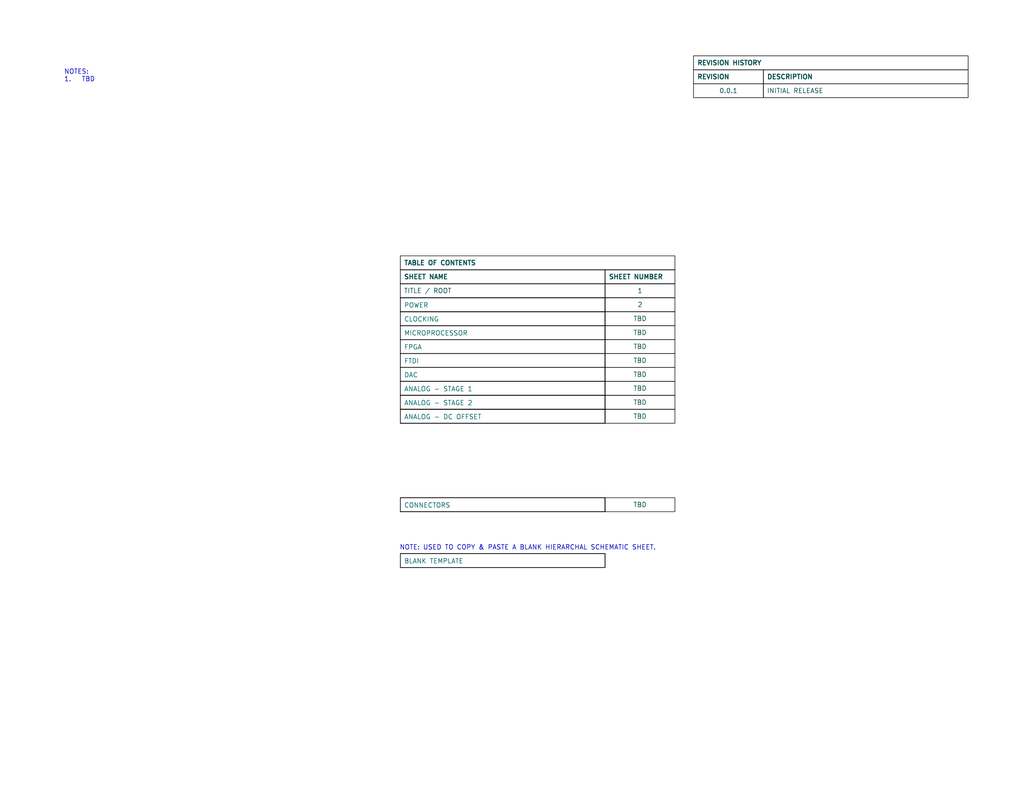
<source format=kicad_sch>
(kicad_sch
	(version 20231120)
	(generator "eeschema")
	(generator_version "8.0")
	(uuid "866ef9be-3b01-4288-a6e0-a2357aa17e50")
	(paper "A")
	(title_block
		(title "ARBITRARY WAVEFORM GENERATOR")
		(date "2024-09-11")
		(rev "0.0.1")
		(company "Tomasz Brzyzek")
	)
	(lib_symbols)
	(text_box "2"
		(exclude_from_sim no)
		(at 165.1 81.28 0)
		(size 19.05 3.81)
		(stroke
			(width 0)
			(type default)
			(color 0 0 0 1)
		)
		(fill
			(type none)
		)
		(effects
			(font
				(size 1.27 1.27)
				(color 0 72 72 1)
			)
		)
		(uuid "01f8ac6f-09ae-4953-baac-9765af5d4085")
	)
	(text_box "REVISION"
		(exclude_from_sim no)
		(at 189.23 19.05 0)
		(size 19.05 3.81)
		(stroke
			(width 0)
			(type default)
			(color 0 0 0 1)
		)
		(fill
			(type none)
		)
		(effects
			(font
				(size 1.27 1.27)
				(thickness 0.254)
				(bold yes)
				(color 0 72 72 1)
			)
			(justify left)
		)
		(uuid "055cb14a-0792-4ba2-a46f-215aebb4c809")
	)
	(text_box "TBD"
		(exclude_from_sim no)
		(at 165.1 85.09 0)
		(size 19.05 3.81)
		(stroke
			(width 0)
			(type default)
			(color 0 0 0 1)
		)
		(fill
			(type none)
		)
		(effects
			(font
				(size 1.27 1.27)
				(color 0 72 72 1)
			)
		)
		(uuid "057ecabf-76a3-41e1-bd8a-b401d3d74bc4")
	)
	(text_box "REVISION HISTORY"
		(exclude_from_sim no)
		(at 189.23 15.24 0)
		(size 74.93 3.81)
		(stroke
			(width 0)
			(type default)
			(color 0 0 0 1)
		)
		(fill
			(type none)
		)
		(effects
			(font
				(size 1.27 1.27)
				(thickness 0.254)
				(bold yes)
				(color 0 72 72 1)
			)
			(justify left)
		)
		(uuid "20bb2244-dbae-4f72-8106-e9df9b3bfd50")
	)
	(text_box "TBD"
		(exclude_from_sim no)
		(at 165.1 88.9 0)
		(size 19.05 3.81)
		(stroke
			(width 0)
			(type default)
			(color 0 0 0 1)
		)
		(fill
			(type none)
		)
		(effects
			(font
				(size 1.27 1.27)
				(color 0 72 72 1)
			)
		)
		(uuid "2164bdcd-aa25-44dc-8228-f0acc9a0b047")
	)
	(text_box "SHEET NAME"
		(exclude_from_sim no)
		(at 109.22 73.66 0)
		(size 55.88 3.81)
		(stroke
			(width 0)
			(type default)
			(color 0 0 0 1)
		)
		(fill
			(type none)
		)
		(effects
			(font
				(size 1.27 1.27)
				(thickness 0.254)
				(bold yes)
				(color 0 72 72 1)
			)
			(justify left)
		)
		(uuid "2658ae98-dd8c-459b-84d3-24d2a4cabc56")
	)
	(text_box "TABLE OF CONTENTS"
		(exclude_from_sim no)
		(at 109.22 69.85 0)
		(size 74.93 3.81)
		(stroke
			(width 0)
			(type default)
			(color 0 0 0 1)
		)
		(fill
			(type none)
		)
		(effects
			(font
				(size 1.27 1.27)
				(thickness 0.254)
				(bold yes)
				(color 0 72 72 1)
			)
			(justify left)
		)
		(uuid "30cb4e8a-0f93-49f5-9ce2-312aa8491742")
	)
	(text_box "SHEET NUMBER"
		(exclude_from_sim no)
		(at 165.1 73.66 0)
		(size 19.05 3.81)
		(stroke
			(width 0)
			(type default)
			(color 0 0 0 1)
		)
		(fill
			(type none)
		)
		(effects
			(font
				(size 1.27 1.27)
				(thickness 0.254)
				(bold yes)
				(color 0 72 72 1)
			)
			(justify left)
		)
		(uuid "3f6a981a-3190-4ac2-9bcf-92626abed2d4")
	)
	(text_box "TBD"
		(exclude_from_sim no)
		(at 165.1 100.33 0)
		(size 19.05 3.81)
		(stroke
			(width 0)
			(type default)
			(color 0 0 0 1)
		)
		(fill
			(type none)
		)
		(effects
			(font
				(size 1.27 1.27)
				(color 0 72 72 1)
			)
		)
		(uuid "51c4fcd4-ecad-4933-9fed-2ab2cc4c253c")
	)
	(text_box "TBD"
		(exclude_from_sim no)
		(at 165.1 104.14 0)
		(size 19.05 3.81)
		(stroke
			(width 0)
			(type default)
			(color 0 0 0 1)
		)
		(fill
			(type none)
		)
		(effects
			(font
				(size 1.27 1.27)
				(color 0 72 72 1)
			)
		)
		(uuid "6632f504-9e62-4b98-aecb-504266955ccc")
	)
	(text_box "TBD"
		(exclude_from_sim no)
		(at 165.1 135.89 0)
		(size 19.05 3.81)
		(stroke
			(width 0)
			(type default)
			(color 0 0 0 1)
		)
		(fill
			(type none)
		)
		(effects
			(font
				(size 1.27 1.27)
				(color 0 72 72 1)
			)
		)
		(uuid "6f231fdc-cf5e-4566-a539-5cd91b777b47")
	)
	(text_box "DESCRIPTION"
		(exclude_from_sim no)
		(at 208.28 19.05 0)
		(size 55.88 3.81)
		(stroke
			(width 0)
			(type default)
			(color 0 0 0 1)
		)
		(fill
			(type none)
		)
		(effects
			(font
				(size 1.27 1.27)
				(thickness 0.254)
				(bold yes)
				(color 0 72 72 1)
			)
			(justify left)
		)
		(uuid "90b03f3b-8994-48c8-80d3-5f97d93d4f16")
	)
	(text_box "TBD"
		(exclude_from_sim no)
		(at 165.1 96.52 0)
		(size 19.05 3.81)
		(stroke
			(width 0)
			(type default)
			(color 0 0 0 1)
		)
		(fill
			(type none)
		)
		(effects
			(font
				(size 1.27 1.27)
				(color 0 72 72 1)
			)
		)
		(uuid "94738b7c-693d-4b0e-a197-2d900988529a")
	)
	(text_box "NOTES:\n1.	TBD"
		(exclude_from_sim no)
		(at 16.51 17.78 0)
		(size 83.82 107.95)
		(stroke
			(width -0.0001)
			(type default)
		)
		(fill
			(type none)
		)
		(effects
			(font
				(size 1.27 1.27)
			)
			(justify left top)
		)
		(uuid "a5a09aeb-5b6d-4333-9a75-c70ea06bb632")
	)
	(text_box "TITLE / ROOT"
		(exclude_from_sim no)
		(at 109.22 77.47 0)
		(size 55.88 3.81)
		(stroke
			(width 0)
			(type default)
			(color 0 0 0 1)
		)
		(fill
			(type none)
		)
		(effects
			(font
				(size 1.27 1.27)
				(color 0 72 72 1)
			)
			(justify left)
		)
		(uuid "ad3108a1-6f02-4302-8db2-dd7b0350ae43")
	)
	(text_box "TBD"
		(exclude_from_sim no)
		(at 165.1 111.76 0)
		(size 19.05 3.81)
		(stroke
			(width 0)
			(type default)
			(color 0 0 0 1)
		)
		(fill
			(type none)
		)
		(effects
			(font
				(size 1.27 1.27)
				(color 0 72 72 1)
			)
		)
		(uuid "b2af73cf-66d8-4b7c-852a-2560481231a7")
	)
	(text_box "INITIAL RELEASE"
		(exclude_from_sim no)
		(at 208.28 22.86 0)
		(size 55.88 3.81)
		(stroke
			(width 0)
			(type default)
			(color 0 0 0 1)
		)
		(fill
			(type none)
		)
		(effects
			(font
				(size 1.27 1.27)
				(color 0 72 72 1)
			)
			(justify left)
		)
		(uuid "b63e84f1-4249-470d-b1a6-86f148673620")
	)
	(text_box "0.0.1"
		(exclude_from_sim no)
		(at 189.23 22.86 0)
		(size 19.05 3.81)
		(stroke
			(width 0)
			(type default)
			(color 0 0 0 1)
		)
		(fill
			(type none)
		)
		(effects
			(font
				(size 1.27 1.27)
				(color 0 72 72 1)
			)
		)
		(uuid "c98ecee2-77a8-40d9-929f-155f1e90863f")
	)
	(text_box "TBD"
		(exclude_from_sim no)
		(at 165.1 92.71 0)
		(size 19.05 3.81)
		(stroke
			(width 0)
			(type default)
			(color 0 0 0 1)
		)
		(fill
			(type none)
		)
		(effects
			(font
				(size 1.27 1.27)
				(color 0 72 72 1)
			)
		)
		(uuid "ee7da98a-f033-436d-84cf-4116531a5425")
	)
	(text_box "1"
		(exclude_from_sim no)
		(at 165.1 77.47 0)
		(size 19.05 3.81)
		(stroke
			(width 0)
			(type default)
			(color 0 0 0 1)
		)
		(fill
			(type none)
		)
		(effects
			(font
				(size 1.27 1.27)
				(color 0 72 72 1)
			)
		)
		(uuid "f3a4c47b-48c3-4217-825d-9dcb3e5f829e")
	)
	(text_box "TBD"
		(exclude_from_sim no)
		(at 165.1 107.95 0)
		(size 19.05 3.81)
		(stroke
			(width 0)
			(type default)
			(color 0 0 0 1)
		)
		(fill
			(type none)
		)
		(effects
			(font
				(size 1.27 1.27)
				(color 0 72 72 1)
			)
		)
		(uuid "fff84930-5cb2-45df-bcb7-6c085ad336dc")
	)
	(text "NOTE: USED TO COPY & PASTE A BLANK HIERARCHAL SCHEMATIC SHEET."
		(exclude_from_sim no)
		(at 144.018 149.606 0)
		(effects
			(font
				(size 1.27 1.27)
			)
		)
		(uuid "f8e9d5cc-351a-4f23-b504-f75bb984b671")
	)
	(sheet
		(at 109.22 88.9)
		(size 55.88 3.81)
		(stroke
			(width 0.1524)
			(type solid)
			(color 0 0 0 1)
		)
		(fill
			(color 0 0 0 0.0000)
		)
		(uuid "1173c135-6710-44aa-af07-a45f7e01d96a")
		(property "Sheetname" "MICROPROCESSOR"
			(at 110.236 90.932 0)
			(effects
				(font
					(size 1.27 1.27)
				)
				(justify left)
			)
		)
		(property "Sheetfile" "microprocessor.kicad_sch"
			(at 109.22 93.2946 0)
			(effects
				(font
					(size 1.27 1.27)
				)
				(justify left top)
				(hide yes)
			)
		)
		(instances
			(project "arb"
				(path "/866ef9be-3b01-4288-a6e0-a2357aa17e50"
					(page "5")
				)
			)
		)
	)
	(sheet
		(at 109.22 92.71)
		(size 55.88 3.81)
		(stroke
			(width 0.1524)
			(type solid)
			(color 0 0 0 1)
		)
		(fill
			(color 0 0 0 0.0000)
		)
		(uuid "13f127a8-adf3-43db-9fea-9a9f154787f6")
		(property "Sheetname" "FPGA"
			(at 110.236 94.742 0)
			(effects
				(font
					(size 1.27 1.27)
				)
				(justify left)
			)
		)
		(property "Sheetfile" "fpga.kicad_sch"
			(at 109.22 97.1046 0)
			(effects
				(font
					(size 1.27 1.27)
				)
				(justify left top)
				(hide yes)
			)
		)
		(instances
			(project "arb"
				(path "/866ef9be-3b01-4288-a6e0-a2357aa17e50"
					(page "6")
				)
			)
		)
	)
	(sheet
		(at 109.22 104.14)
		(size 55.88 3.81)
		(stroke
			(width 0.1524)
			(type solid)
			(color 0 0 0 1)
		)
		(fill
			(color 0 0 0 0.0000)
		)
		(uuid "15631b2d-3708-4ae8-a4e9-7f8a7b587733")
		(property "Sheetname" "ANALOG - STAGE 1"
			(at 110.236 106.172 0)
			(effects
				(font
					(size 1.27 1.27)
				)
				(justify left)
			)
		)
		(property "Sheetfile" "analog1.kicad_sch"
			(at 109.22 108.5346 0)
			(effects
				(font
					(size 1.27 1.27)
				)
				(justify left top)
				(hide yes)
			)
		)
		(instances
			(project "arb"
				(path "/866ef9be-3b01-4288-a6e0-a2357aa17e50"
					(page "10")
				)
			)
		)
	)
	(sheet
		(at 109.22 81.28)
		(size 55.88 3.81)
		(stroke
			(width 0.1524)
			(type solid)
			(color 0 0 0 1)
		)
		(fill
			(color 0 0 0 0.0000)
		)
		(uuid "1bf072f1-a14e-405a-bc69-5714f3381f47")
		(property "Sheetname" "POWER"
			(at 110.236 83.312 0)
			(effects
				(font
					(size 1.27 1.27)
				)
				(justify left)
			)
		)
		(property "Sheetfile" "power.kicad_sch"
			(at 109.22 85.6746 0)
			(effects
				(font
					(size 1.27 1.27)
				)
				(justify left top)
				(hide yes)
			)
		)
		(instances
			(project "arb"
				(path "/866ef9be-3b01-4288-a6e0-a2357aa17e50"
					(page "2")
				)
			)
		)
	)
	(sheet
		(at 109.22 85.09)
		(size 55.88 3.81)
		(stroke
			(width 0.1524)
			(type solid)
			(color 0 0 0 1)
		)
		(fill
			(color 0 0 0 0.0000)
		)
		(uuid "59503b16-13c4-4480-8e22-c5a7043d8844")
		(property "Sheetname" "CLOCKING"
			(at 110.236 87.122 0)
			(effects
				(font
					(size 1.27 1.27)
				)
				(justify left)
			)
		)
		(property "Sheetfile" "clocking.kicad_sch"
			(at 109.22 89.4846 0)
			(effects
				(font
					(size 1.27 1.27)
				)
				(justify left top)
				(hide yes)
			)
		)
		(instances
			(project "arb"
				(path "/866ef9be-3b01-4288-a6e0-a2357aa17e50"
					(page "4")
				)
			)
		)
	)
	(sheet
		(at 109.22 96.52)
		(size 55.88 3.81)
		(stroke
			(width 0.1524)
			(type solid)
			(color 0 0 0 1)
		)
		(fill
			(color 0 0 0 0.0000)
		)
		(uuid "671babe9-63c4-471b-b226-781a2641e7ad")
		(property "Sheetname" "FTDI"
			(at 110.236 98.552 0)
			(effects
				(font
					(size 1.27 1.27)
				)
				(justify left)
			)
		)
		(property "Sheetfile" "ftdi.kicad_sch"
			(at 109.22 100.9146 0)
			(effects
				(font
					(size 1.27 1.27)
				)
				(justify left top)
				(hide yes)
			)
		)
		(instances
			(project "arb"
				(path "/866ef9be-3b01-4288-a6e0-a2357aa17e50"
					(page "7")
				)
			)
		)
	)
	(sheet
		(at 109.22 100.33)
		(size 55.88 3.81)
		(stroke
			(width 0.1524)
			(type solid)
			(color 0 0 0 1)
		)
		(fill
			(color 0 0 0 0.0000)
		)
		(uuid "7126ceca-2dec-4994-855f-f217c0acdc71")
		(property "Sheetname" "DAC"
			(at 110.236 102.362 0)
			(effects
				(font
					(size 1.27 1.27)
				)
				(justify left)
			)
		)
		(property "Sheetfile" "dac.kicad_sch"
			(at 109.22 104.7246 0)
			(effects
				(font
					(size 1.27 1.27)
				)
				(justify left top)
				(hide yes)
			)
		)
		(instances
			(project "arb"
				(path "/866ef9be-3b01-4288-a6e0-a2357aa17e50"
					(page "8")
				)
			)
		)
	)
	(sheet
		(at 109.22 151.13)
		(size 55.88 3.81)
		(stroke
			(width 0.1524)
			(type solid)
			(color 0 0 0 1)
		)
		(fill
			(color 0 0 0 0.0000)
		)
		(uuid "d28261b1-c955-4283-8a47-f8291dd1b7a6")
		(property "Sheetname" "BLANK TEMPLATE"
			(at 110.236 153.162 0)
			(effects
				(font
					(size 1.27 1.27)
				)
				(justify left)
			)
		)
		(property "Sheetfile" "blank_template.kicad_sch"
			(at 109.22 155.5246 0)
			(effects
				(font
					(size 1.27 1.27)
				)
				(justify left top)
				(hide yes)
			)
		)
		(instances
			(project "arb"
				(path "/866ef9be-3b01-4288-a6e0-a2357aa17e50"
					(page "99")
				)
			)
		)
	)
	(sheet
		(at 109.22 111.76)
		(size 55.88 3.81)
		(stroke
			(width 0.1524)
			(type solid)
			(color 0 0 0 1)
		)
		(fill
			(color 0 0 0 0.0000)
		)
		(uuid "dd20ed2c-105a-40ef-bdba-a4198899f68e")
		(property "Sheetname" "ANALOG - DC OFFSET"
			(at 110.236 113.792 0)
			(effects
				(font
					(size 1.27 1.27)
				)
				(justify left)
			)
		)
		(property "Sheetfile" "analogdc.kicad_sch"
			(at 109.22 116.1546 0)
			(effects
				(font
					(size 1.27 1.27)
				)
				(justify left top)
				(hide yes)
			)
		)
		(instances
			(project "arb"
				(path "/866ef9be-3b01-4288-a6e0-a2357aa17e50"
					(page "12")
				)
			)
		)
	)
	(sheet
		(at 109.22 107.95)
		(size 55.88 3.81)
		(stroke
			(width 0.1524)
			(type solid)
			(color 0 0 0 1)
		)
		(fill
			(color 0 0 0 0.0000)
		)
		(uuid "e46c6640-71a3-4b78-b602-0f6be9676e36")
		(property "Sheetname" "ANALOG - STAGE 2"
			(at 110.236 109.982 0)
			(effects
				(font
					(size 1.27 1.27)
				)
				(justify left)
			)
		)
		(property "Sheetfile" "analog2.kicad_sch"
			(at 109.22 112.3446 0)
			(effects
				(font
					(size 1.27 1.27)
				)
				(justify left top)
				(hide yes)
			)
		)
		(instances
			(project "arb"
				(path "/866ef9be-3b01-4288-a6e0-a2357aa17e50"
					(page "11")
				)
			)
		)
	)
	(sheet
		(at 109.22 135.89)
		(size 55.88 3.81)
		(stroke
			(width 0.1524)
			(type solid)
			(color 0 0 0 1)
		)
		(fill
			(color 0 0 0 0.0000)
		)
		(uuid "eb105004-087f-4ea7-8291-809b214299af")
		(property "Sheetname" "CONNECTORS"
			(at 110.236 137.922 0)
			(effects
				(font
					(size 1.27 1.27)
				)
				(justify left)
			)
		)
		(property "Sheetfile" "connectors.kicad_sch"
			(at 109.22 140.2846 0)
			(effects
				(font
					(size 1.27 1.27)
				)
				(justify left top)
				(hide yes)
			)
		)
		(instances
			(project "arb"
				(path "/866ef9be-3b01-4288-a6e0-a2357aa17e50"
					(page "20")
				)
			)
		)
	)
	(sheet_instances
		(path "/"
			(page "1")
		)
	)
)

</source>
